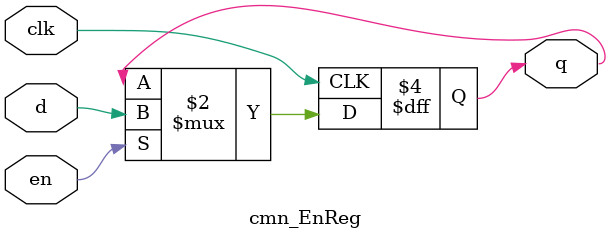
<source format=v>
module cmn_EnReg (
	clk,
	q,
	d,
	en
);
	parameter p_nbits = 1;
	input wire clk;
	output reg [p_nbits - 1:0] q;
	input wire [p_nbits - 1:0] d;
	input wire en;
	always @(posedge clk)
		if (en)
			q <= d;
endmodule

</source>
